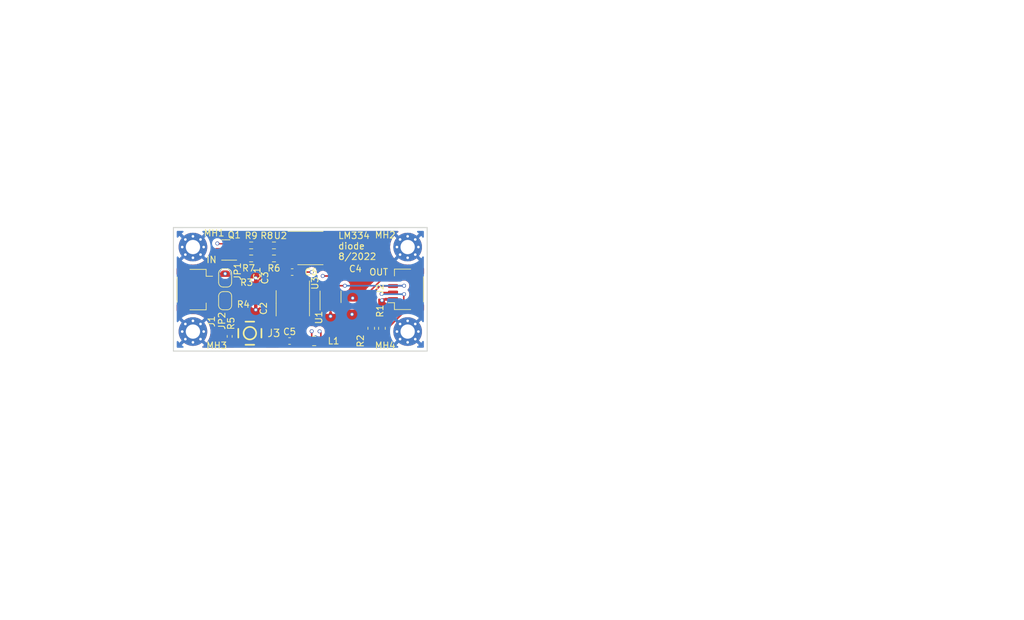
<source format=kicad_pcb>
(kicad_pcb (version 20211014) (generator pcbnew)
  (layers (0 "F.Cu" signal) (1 "In1.Cu" signal) (2 "In2.Cu" power) (31 "B.Cu" power) (34 "B.Paste" user) (35 "F.Paste" user) (36 "B.SilkS" user "B.Silkscreen") (37 "F.SilkS" user "F.Silkscreen") (38 "B.Mask" user) (39 "F.Mask" user) (44 "Edge.Cuts" user))
  (net 0 "")
  (net 1 "GND")
  (net 2 "/Channel1/V+")
  (net 3 "/Channel1/buffer/in+")
  (net 4 "/Channel1/buffer/in-")
  (net 5 "/Channel1/V-")
  (net 6 "+3V3")
  (net 7 "VD")
  (net 8 "/Channel1/I+")
  (net 9 "/Channel1/I-")
  (net 10 "Net-(Q1-Pad1)")
  (net 11 "/Channel1/buffer/out-")
  (net 12 "/Channel1/buffer/out+")
  (net 13 "Net-(R6-Pad1)")
  (net 14 "GNDPWR")
  (net 15 "/scl-rx")
  (net 16 "/sda-tx")
  (net 17 "Net-(R6-Pad2)")
  (net 18 "Net-(R8-Pad2)")
  (footprint "MountingHole:MountingHole_2.2mm_M2_Pad_Via" (layer "F.Cu") (at 103 84)
    (fp_text reference "MH1" (at 3.25 -2.15) (layer "F.SilkS"))
    (fp_text value "MountingHole")
    (pad "1" thru_hole circle locked (at -1.65 0) (size 0.7 0.7) (drill 0.4) (layers *.Cu *.Mask) (net 14 "GNDPWR"))
    (pad "1" thru_hole circle locked (at 0 -1.65) (size 0.7 0.7) (drill 0.4) (layers *.Cu *.Mask) (net 14 "GNDPWR"))
    (pad "1" thru_hole circle locked (at 1.166726 1.166726) (size 0.7 0.7) (drill 0.4) (layers *.Cu *.Mask) (net 14 "GNDPWR"))
    (pad "1" thru_hole circle locked (at 1.166726 -1.166726) (size 0.7 0.7) (drill 0.4) (layers *.Cu *.Mask) (net 14 "GNDPWR"))
    (pad "1" thru_hole circle locked (at 0 0) (size 4.4 4.4) (drill 2.2) (layers *.Cu *.Mask) (net 14 "GNDPWR"))
    (pad "1" thru_hole circle locked (at 1.65 0) (size 0.7 0.7) (drill 0.4) (layers *.Cu *.Mask) (net 14 "GNDPWR"))
    (pad "1" thru_hole circle locked (at -1.166726 -1.166726) (size 0.7 0.7) (drill 0.4) (layers *.Cu *.Mask) (net 14 "GNDPWR"))
    (pad "1" thru_hole circle locked (at -1.166726 1.166726) (size 0.7 0.7) (drill 0.4) (layers *.Cu *.Mask) (net 14 "GNDPWR"))
    (pad "1" thru_hole circle locked (at 0 1.65) (size 0.7 0.7) (drill 0.4) (layers *.Cu *.Mask) (net 14 "GNDPWR"))
  )
  (footprint "MountingHole:MountingHole_2.2mm_M2_Pad_Via" (layer "F.Cu") (at 136 84)
    (fp_text reference "MH2" (at -3.45 -1.85) (layer "F.SilkS"))
    (fp_text value "MountingHole")
    (pad "1" thru_hole circle locked (at 0 0) (size 4.4 4.4) (drill 2.2) (layers *.Cu *.Mask) (net 14 "GNDPWR"))
    (pad "1" thru_hole circle locked (at 1.166726 -1.166726) (size 0.7 0.7) (drill 0.4) (layers *.Cu *.Mask) (net 14 "GNDPWR"))
    (pad "1" thru_hole circle locked (at -1.65 0) (size 0.7 0.7) (drill 0.4) (layers *.Cu *.Mask) (net 14 "GNDPWR"))
    (pad "1" thru_hole circle locked (at 1.65 0) (size 0.7 0.7) (drill 0.4) (layers *.Cu *.Mask) (net 14 "GNDPWR"))
    (pad "1" thru_hole circle locked (at 1.166726 1.166726) (size 0.7 0.7) (drill 0.4) (layers *.Cu *.Mask) (net 14 "GNDPWR"))
    (pad "1" thru_hole circle locked (at 0 -1.65) (size 0.7 0.7) (drill 0.4) (layers *.Cu *.Mask) (net 14 "GNDPWR"))
    (pad "1" thru_hole circle locked (at 0 1.65) (size 0.7 0.7) (drill 0.4) (layers *.Cu *.Mask) (net 14 "GNDPWR"))
    (pad "1" thru_hole circle locked (at -1.166726 1.166726) (size 0.7 0.7) (drill 0.4) (layers *.Cu *.Mask) (net 14 "GNDPWR"))
    (pad "1" thru_hole circle locked (at -1.166726 -1.166726) (size 0.7 0.7) (drill 0.4) (layers *.Cu *.Mask) (net 14 "GNDPWR"))
  )
  (footprint "MountingHole:MountingHole_2.2mm_M2_Pad_Via" (layer "F.Cu") (at 103 97)
    (fp_text reference "MH3" (at 3.65 2.15) (layer "F.SilkS"))
    (fp_text value "MountingHole")
    (pad "1" thru_hole circle locked (at -1.166726 1.166726) (size 0.7 0.7) (drill 0.4) (layers *.Cu *.Mask) (net 14 "GNDPWR"))
    (pad "1" thru_hole circle locked (at 0 0) (size 4.4 4.4) (drill 2.2) (layers *.Cu *.Mask) (net 14 "GNDPWR"))
    (pad "1" thru_hole circle locked (at 1.166726 1.166726) (size 0.7 0.7) (drill 0.4) (layers *.Cu *.Mask) (net 14 "GNDPWR"))
    (pad "1" thru_hole circle locked (at -1.166726 -1.166726) (size 0.7 0.7) (drill 0.4) (layers *.Cu *.Mask) (net 14 "GNDPWR"))
    (pad "1" thru_hole circle locked (at 1.166726 -1.166726) (size 0.7 0.7) (drill 0.4) (layers *.Cu *.Mask) (net 14 "GNDPWR"))
    (pad "1" thru_hole circle locked (at 0 -1.65) (size 0.7 0.7) (drill 0.4) (layers *.Cu *.Mask) (net 14 "GNDPWR"))
    (pad "1" thru_hole circle locked (at 1.65 0) (size 0.7 0.7) (drill 0.4) (layers *.Cu *.Mask) (net 14 "GNDPWR"))
    (pad "1" thru_hole circle locked (at -1.65 0) (size 0.7 0.7) (drill 0.4) (layers *.Cu *.Mask) (net 14 "GNDPWR"))
    (pad "1" thru_hole circle locked (at 0 1.65) (size 0.7 0.7) (drill 0.4) (layers *.Cu *.Mask) (net 14 "GNDPWR"))
  )
  (footprint "MountingHole:MountingHole_2.2mm_M2_Pad_Via" (layer "F.Cu") (at 136 97)
    (fp_text reference "MH4" (at -3.45 2.15) (layer "F.SilkS"))
    (fp_text value "MountingHole")
    (pad "1" thru_hole circle locked (at 0 0) (size 4.4 4.4) (drill 2.2) (layers *.Cu *.Mask) (net 14 "GNDPWR"))
    (pad "1" thru_hole circle locked (at -1.166726 -1.166726) (size 0.7 0.7) (drill 0.4) (layers *.Cu *.Mask) (net 14 "GNDPWR"))
    (pad "1" thru_hole circle locked (at -1.65 0) (size 0.7 0.7) (drill 0.4) (layers *.Cu *.Mask) (net 14 "GNDPWR"))
    (pad "1" thru_hole circle locked (at 1.65 0) (size 0.7 0.7) (drill 0.4) (layers *.Cu *.Mask) (net 14 "GNDPWR"))
    (pad "1" thru_hole circle locked (at 0 -1.65) (size 0.7 0.7) (drill 0.4) (layers *.Cu *.Mask) (net 14 "GNDPWR"))
    (pad "1" thru_hole circle locked (at 1.166726 1.166726) (size 0.7 0.7) (drill 0.4) (layers *.Cu *.Mask) (net 14 "GNDPWR"))
    (pad "1" thru_hole circle locked (at 1.166726 -1.166726) (size 0.7 0.7) (drill 0.4) (layers *.Cu *.Mask) (net 14 "GNDPWR"))
    (pad "1" thru_hole circle locked (at -1.166726 1.166726) (size 0.7 0.7) (drill 0.4) (layers *.Cu *.Mask) (net 14 "GNDPWR"))
    (pad "1" thru_hole circle locked (at 0 1.65) (size 0.7 0.7) (drill 0.4) (layers *.Cu *.Mask) (net 14 "GNDPWR"))
  )
  (footprint "Resistor_SMD:R_0402_1005Metric" (layer "F.Cu") (at 110.765 90.55 180)
    (fp_text reference "R3" (at -0.485 1.1) (layer "F.SilkS"))
    (fp_text value "100K")
    (pad "1" smd roundrect locked (at -0.485 0 180) (size 0.59 0.64) (layers "F.Cu" "F.Paste" "F.Mask") (net 3 "/Channel1/buffer/in+"))
    (pad "2" smd roundrect locked (at 0.485 0 180) (size 0.59 0.64) (layers "F.Cu" "F.Paste" "F.Mask") (net 2 "/Channel1/V+"))
  )
  (footprint "Resistor_SMD:R_0402_1005Metric" (layer "F.Cu") (at 110.75 91.65 180)
    (fp_text reference "R4" (at 0 -1.17) (layer "F.SilkS"))
    (fp_text value "100K")
    (pad "1" smd roundrect locked (at -0.485 0 180) (size 0.59 0.64) (layers "F.Cu" "F.Paste" "F.Mask") (net 4 "/Channel1/buffer/in-"))
    (pad "2" smd roundrect locked (at 0.485 0 180) (size 0.59 0.64) (layers "F.Cu" "F.Paste" "F.Mask") (net 5 "/Channel1/V-"))
  )
  (footprint "Inductor_SMD:L_0805_2012Metric_Pad1.15x1.40mm_HandSolder" (layer "F.Cu") (at 121.635 98.45 180)
    (fp_text reference "L1" (at -2.975 0) (layer "F.SilkS"))
    (fp_text value "MMZ2012Y202B ")
    (fp_line (start -0.261252 -0.71) (end 0.261252 -0.71) (layer "F.SilkS") (width 0.12))
    (fp_line (start -0.261252 0.71) (end 0.261252 0.71) (layer "F.SilkS") (width 0.12))
    (pad "1" smd roundrect locked (at -1.025 0 180) (size 1.15 1.4) (layers "F.Cu" "F.Paste" "F.Mask") (roundrect_rratio 0.2173913043) (net 7 "VD"))
    (pad "2" smd roundrect locked (at 1.025 0 180) (size 1.15 1.4) (layers "F.Cu" "F.Paste" "F.Mask") (roundrect_rratio 0.2173913043) (net 6 "+3V3"))
  )
  (footprint "Capacitor_SMD:C_0402_1005Metric" (layer "F.Cu") (at 112.65 90.05 -90)
    (fp_text reference "C1" (at -2 -0.2 90) (layer "F.SilkS"))
    (fp_text value "100nF")
    (pad "1" smd roundrect locked (at -0.485 0 270) (size 0.59 0.64) (layers "F.Cu" "F.Paste" "F.Mask") (net 1 "GND"))
    (pad "2" smd roundrect locked (at 0.485 0 270) (size 0.59 0.64) (layers "F.Cu" "F.Paste" "F.Mask") (net 3 "/Channel1/buffer/in+"))
  )
  (footprint "Capacitor_SMD:C_0402_1005Metric" (layer "F.Cu") (at 112.65 92.135 -90)
    (fp_text reference "C2" (at 1.315 -1.2 90) (layer "F.SilkS"))
    (fp_text value "100nF")
    (pad "1" smd roundrect locked (at -0.485 0 270) (size 0.59 0.64) (layers "F.Cu" "F.Paste" "F.Mask") (net 4 "/Channel1/buffer/in-"))
    (pad "2" smd roundrect locked (at 0.485 0 270) (size 0.59 0.64) (layers "F.Cu" "F.Paste" "F.Mask") (net 1 "GND"))
  )
  (footprint "Capacitor_SMD:C_0402_1005Metric" (layer "F.Cu") (at 114.05 91.075 -90)
    (fp_text reference "C3" (at -2.325 0 90) (layer "F.SilkS"))
    (fp_text value "1uF")
    (pad "1" smd roundrect locked (at -0.485 0 270) (size 0.59 0.64) (layers "F.Cu" "F.Paste" "F.Mask") (net 3 "/Channel1/buffer/in+"))
    (pad "2" smd roundrect locked (at 0.485 0 270) (size 0.59 0.64) (layers "F.Cu" "F.Paste" "F.Mask") (net 4 "/Channel1/buffer/in-"))
  )
  (footprint "Capacitor_SMD:C_0402_1005Metric" (layer "F.Cu") (at 124.65 88.35)
    (fp_text reference "C4" (at 3.325 -1) (layer "F.SilkS"))
    (fp_text value "100nF")
    (pad "1" smd roundrect locked (at -0.485 0) (size 0.59 0.64) (layers "F.Cu" "F.Paste" "F.Mask") (net 7 "VD"))
    (pad "2" smd roundrect locked (at 0.485 0) (size 0.59 0.64) (layers "F.Cu" "F.Paste" "F.Mask") (net 1 "GND"))
  )
  (footprint "Connector_JST:JST_SH_SM04B-SRSS-TB_1x04-1MP_P1.00mm_Horizontal" (layer "F.Cu") (at 103.25 90.55 -90)
    (fp_text reference "J1" (at 4.9 -2.6 90) (layer "F.SilkS"))
    (fp_text value "Conn_01x04")
    (fp_line (start -3.11 0.715) (end -3.11 -1.785) (layer "F.SilkS") (width 0.12))
    (fp_line (start -1.94 2.685) (end 1.94 2.685) (layer "F.SilkS") (width 0.12))
    (fp_line (start 3.11 0.715) (end 3.11 -1.785) (layer "F.SilkS") (width 0.12))
    (fp_line (start -3.11 -1.785) (end -2.06 -1.785) (layer "F.SilkS") (width 0.12))
    (fp_line (start 3.11 -1.785) (end 2.06 -1.785) (layer "F.SilkS") (width 0.12))
    (fp_line (start -2.06 -1.785) (end -2.06 -2.775) (layer "F.SilkS") (width 0.12))
    (pad "1" smd roundrect locked (at -1.5 -2 270) (size 0.6 1.55) (layers "F.Cu" "F.Paste" "F.Mask") (net 8 "/Channel1/I+"))
    (pad "2" smd roundrect locked (at -0.5 -2 270) (size 0.6 1.55) (layers "F.Cu" "F.Paste" "F.Mask") (net 2 "/Channel1/V+"))
    (pad "3" smd roundrect locked (at 0.5 -2 270) (size 0.6 1.55) (layers "F.Cu" "F.Paste" "F.Mask") (net 5 "/Channel1/V-"))
    (pad "4" smd roundrect locked (at 1.5 -2 270) (size 0.6 1.55) (layers "F.Cu" "F.Paste" "F.Mask") (net 9 "/Channel1/I-"))
    (pad "MP" smd roundrect locked (at 2.8 1.875 270) (size 1.2 1.8) (layers "F.Cu" "F.Paste" "F.Mask") (roundrect_rratio 0.2083333333))
    (pad "MP" smd roundrect locked (at -2.8 1.875 270) (size 1.2 1.8) (layers "F.Cu" "F.Paste" "F.Mask") (roundrect_rratio 0.2083333333))
  )
  (footprint "Jumper:SolderJumper-2_P1.3mm_Open_RoundedPad1.0x1.5mm" (layer "F.Cu") (at 107.95 88.75 -90)
    (fp_text reference "JP1" (at -1 -1.9 90) (layer "F.SilkS"))
    (fp_text value "Jumper_NO_Small")
    (fp_line (start 1.4 -0.3) (end 1.4 0.3) (layer "F.SilkS") (width 0.12))
    (fp_line (start 0.7 1) (end -0.7 1) (layer "F.SilkS") (width 0.12))
    (fp_line (start -0.7 -1) (end 0.7 -1) (layer "F.SilkS") (width 0.12))
    (fp_line (start -1.4 0.3) (end -1.4 -0.3) (layer "F.SilkS") (width 0.12))
    (fp_arc (start 1.4 0.3) (mid 1.194975 0.794975) (end 0.7 1) (layer "F.SilkS") (width 0.12))
    (fp_arc (start -0.7 1) (mid -1.194975 0.794975) (end -1.4 0.3) (layer "F.SilkS") (width 0.12))
    (fp_arc (start 0.7 -1) (mid 1.194975 -0.794975) (end 1.4 -0.3) (layer "F.SilkS") (width 0.12))
    (fp_arc (start -1.4 -0.3) (mid -1.194975 -0.794975) (end -0.7 -1) (layer "F.SilkS") (width 0.12))
    (pad "1" smd custom locked (at -0.65 0 270) (size 1 0.5) (layers "F.Cu" "F.Mask") (net 8 "/Channel1/I+") (options (clearance outline) (anchor rect)) (primitives (gr_circle (center 0 0.25) (end 0.5 0.25) (width 0) (fill yes)) (gr_circle (center 0 -0.25) (end 0.5 -0.25) (width 0) (fill yes)) (gr_poly (pts (xy 0 -0.75) (xy 0.5 -0.75) (xy 0.5 0.75) (xy 0 0.75)) (width 0) (fill yes))))
    (pad "2" smd custom locked (at 0.65 0 270) (size 1 0.5) (layers "F.Cu" "F.Mask") (net 2 "/Channel1/V+") (options (clearance outline) (anchor rect)) (primitives (gr_circle (center 0 0.25) (end 0.5 0.25) (width 0) (fill yes)) (gr_circle (center 0 -0.25) (end 0.5 -0.25) (width 0) (fill yes)) (gr_poly (pts (xy 0 -0.75) (xy -0.5 -0.75) (xy -0.5 0.75) (xy 0 0.75)) (width 0) (fill yes))))
  )
  (footprint "Jumper:SolderJumper-2_P1.3mm_Open_RoundedPad1.0x1.5mm" (layer "F.Cu") (at 107.95 92.25 -90)
    (fp_text reference "JP2" (at 3.1 0.5 90) (layer "F.SilkS"))
    (fp_text value "Jumper_NO_Small")
    (fp_line (start 1.4 -0.3) (end 1.4 0.3) (layer "F.SilkS") (width 0.12))
    (fp_line (start -1.4 0.3) (end -1.4 -0.3) (layer "F.SilkS") (width 0.12))
    (fp_line (start 0.7 1) (end -0.7 1) (layer "F.SilkS") (width 0.12))
    (fp_line (start -0.7 -1) (end 0.7 -1) (layer "F.SilkS") (width 0.12))
    (fp_arc (start 1.4 0.3) (mid 1.194975 0.794975) (end 0.7 1) (layer "F.SilkS") (width 0.12))
    (fp_arc (start -0.7 1) (mid -1.194975 0.794975) (end -1.4 0.3) (layer "F.SilkS") (width 0.12))
    (fp_arc (start -1.4 -0.3) (mid -1.194975 -0.794975) (end -0.7 -1) (layer "F.SilkS") (width 0.12))
    (fp_arc (start 0.7 -1) (mid 1.194975 -0.794975) (end 1.4 -0.3) (layer "F.SilkS") (width 0.12))
    (pad "1" smd custom locked (at -0.65 0 270) (size 1 0.5) (layers "F.Cu" "F.Mask") (net 5 "/Channel1/V-") (options (clearance outline) (anchor rect)) (primitives (gr_circle (center 0 0.25) (end 0.5 0.25) (width 0) (fill yes)) (gr_circle (center 0 -0.25) (end 0.5 -0.25) (width 0) (fill yes)) (gr_poly (pts (xy 0 -0.75) (xy 0.5 -0.75) (xy 0.5 0.75) (xy 0 0.75)) (width 0) (fill yes))))
    (pad "2" smd custom locked (at 0.65 0 270) (size 1 0.5) (layers "F.Cu" "F.Mask") (net 9 "/Channel1/I-") (options (clearance outline) (anchor rect)) (primitives (gr_circle (center 0 0.25) (end 0.5 0.25) (width 0) (fill yes)) (gr_circle (center 0 -0.25) (end 0.5 -0.25) (width 0) (fill yes)) (gr_poly (pts (xy 0 -0.75) (xy -0.5 -0.75) (xy -0.5 0.75) (xy 0 0.75)) (width 0) (fill yes))))
  )
  (footprint "Resistor_SMD:R_0603_1608Metric_Pad1.05x0.95mm_HandSolder" (layer "F.Cu") (at 132.05 96.5 90)
    (fp_text reference "R1" (at 2.65 -0.3 90) (layer "F.SilkS"))
    (fp_text value "10K")
    (fp_line (start -0.171267 -0.51) (end 0.171267 -0.51) (layer "F.SilkS") (width 0.12))
    (fp_line (start -0.171267 0.51) (end 0.171267 0.51) (layer "F.SilkS") (width 0.12))
    (pad "1" smd roundrect locked (at -0.875 0 90) (size 1.05 0.95) (layers "F.Cu" "F.Paste" "F.Mask") (net 7 "VD"))
    (pad "2" smd roundrect locked (at 0.875 0 90) (size 1.05 0.95) (layers "F.Cu" "F.Paste" "F.Mask") (net 16 "/sda-tx"))
  )
  (footprint "Resistor_SMD:R_0603_1608Metric_Pad1.05x0.95mm_HandSolder" (layer "F.Cu") (at 130.4 96.5 90)
    (fp_text reference "R2" (at -1.95 -1.65 90) (layer "F.SilkS"))
    (fp_text value "10K")
    (fp_line (start -0.171267 -0.51) (end 0.171267 -0.51) (layer "F.SilkS") (width 0.12))
    (fp_line (start -0.171267 0.51) (end 0.171267 0.51) (layer "F.SilkS") (width 0.12))
    (pad "1" smd roundrect locked (at -0.875 0 90) (size 1.05 0.95) (layers "F.Cu" "F.Paste" "F.Mask") (net 7 "VD"))
    (pad "2" smd roundrect locked (at 0.875 0 90) (size 1.05 0.95) (layers "F.Cu" "F.Paste" "F.Mask") (net 15 "/scl-rx"))
  )
  (footprint "Connector_JST:JST_SH_SM04B-SRSS-TB_1x04-1MP_P1.00mm_Horizontal" (layer "F.Cu") (at 135.75 90.5 90)
    (fp_text reference "J2" (at 0 -3.98 90) (layer "F.SilkS"))
    (fp_text value "JST_SH_Conn_01x04_i2c_horizontal")
    (fp_line (start 3.11 0.715) (end 3.11 -1.785) (layer "F.SilkS") (width 0.12))
    (fp_line (start -3.11 0.715) (end -3.11 -1.785) (layer "F.SilkS") (width 0.12))
    (fp_line (start -3.11 -1.785) (end -2.06 -1.785) (layer "F.SilkS") (width 0.12))
    (fp_line (start 3.11 -1.785) (end 2.06 -1.785) (layer "F.SilkS") (width 0.12))
    (fp_line (start -1.94 2.685) (end 1.94 2.685) (layer "F.SilkS") (width 0.12))
    (fp_line (start -2.06 -1.785) (end -2.06 -2.775) (layer "F.SilkS") (width 0.12))
    (pad "1" smd roundrect locked (at -1.5 -2 90) (size 0.6 1.55) (layers "F.Cu" "F.Paste" "F.Mask") (net 1 "GND"))
    (pad "2" smd roundrect locked (at -0.5 -2 90) (size 0.6 1.55) (layers "F.Cu" "F.Paste" "F.Mask") (net 7 "VD"))
    (pad "3" smd roundrect locked (at 0.5 -2 90) (size 0.6 1.55) (layers "F.Cu" "F.Paste" "F.Mask") (net 16 "/sda-tx"))
    (pad "4" smd roundrect locked (at 1.5 -2 90) (size 0.6 1.55) (layers "F.Cu" "F.Paste" "F.Mask") (net 15 "/scl-rx"))
    (pad "MP" smd roundrect locked (at 2.8 1.875 90) (size 1.2 1.8) (layers "F.Cu" "F.Paste" "F.Mask") (roundrect_rratio 0.2083333333))
    (pad "MP" smd roundrect locked (at -2.8 1.875 90) (size 1.2 1.8) (layers "F.Cu" "F.Paste" "F.Mask") (roundrect_rratio 0.2083333333))
  )
  (footprint "Package_SO:SOIC-8_3.9x4.9mm_P1.27mm" (layer "F.Cu") (at 118.35 92.65 -90)
    (fp_text reference "U3" (at -3.1 -3.4 90) (layer "F.SilkS"))
    (fp_text value "OPA2376xxDGK")
    (fp_line (start 0 -2.56) (end -3.45 -2.56) (layer "F.SilkS") (width 0.12))
    (fp_line (start 0 -2.56) (end 1.95 -2.56) (layer "F.SilkS") (width 0.12))
    (fp_line (start 0 2.56) (end -1.95 2.56) (layer "F.SilkS") (width 0.12))
    (fp_line (start 0 2.56) (end 1.95 2.56) (layer "F.SilkS") (width 0.12))
    (pad "1" smd roundrect (at -2.475 -1.905 270) (size 1.95 0.6) (layers "F.Cu" "F.Paste" "F.Mask") (net 11 "/Channel1/buffer/out-"))
    (pad "2" smd roundrect (at -2.475 -0.635 270) (size 1.95 0.6) (layers "F.Cu" "F.Paste" "F.Mask") (net 11 "/Channel1/buffer/out-"))
    (pad "3" smd roundrect (at -2.475 0.635 270) (size 1.95 0.6) (layers "F.Cu" "F.Paste" "F.Mask") (net 3 "/Channel1/buffer/in+"))
    (pad "4" smd roundrect (at -2.475 1.905 270) (size 1.95 0.6) (layers "F.Cu" "F.Paste" "F.Mask") (net 1 "GND"))
    (pad "5" smd roundrect (at 2.475 1.905 270) (size 1.95 0.6) (layers "F.Cu" "F.Paste" "F.Mask") (net 4 "/Channel1/buffer/in-"))
    (pad "6" smd roundrect (at 2.475 0.635 270) (size 1.95 0.6) (layers "F.Cu" "F.Paste" "F.Mask") (net 12 "/Channel1/buffer/out+"))
    (pad "7" smd roundrect (at 2.475 -0.635 270) (size 1.95 0.6) (layers "F.Cu" "F.Paste" "F.Mask") (net 12 "/Channel1/buffer/out+"))
    (pad "8" smd roundrect (at 2.475 -1.905 270) (size 1.95 0.6) (layers "F.Cu" "F.Paste" "F.Mask") (net 6 "+3V3"))
  )
  (footprint "Resistor_SMD:R_0603_1608Metric_Pad0.98x0.95mm_HandSolder" (layer "F.Cu") (at 111.95 83.75 180)
    (fp_text reference "R9" (at 0 1.5) (layer "F.SilkS"))
    (fp_text value "46.4K")
    (fp_line (start -0.254724 -0.5225) (end 0.254724 -0.5225) (layer "F.SilkS") (width 0.12))
    (fp_line (start -0.254724 0.5225) (end 0.254724 0.5225) (layer "F.SilkS") (width 0.12))
    (pad "1" smd roundrect (at -0.9125 0 180) (size 0.975 0.95) (layers "F.Cu" "F.Paste" "F.Mask") (net 18 "Net-(R8-Pad2)"))
    (pad "2" smd roundrect (at 0.9125 0 180) (size 0.975 0.95) (layers "F.Cu" "F.Paste" "F.Mask") (net 8 "/Channel1/I+"))
  )
  (footprint "Package_TO_SOT_SMD:SOT-23-6_Handsoldering" (layer "F.Cu") (at 124.15 91.65 90)
    (fp_text reference "U1" (at -3.2 -1.8 90) (layer "F.SilkS"))
    (fp_text value "MCP3421A0T-ECH")
    (fp_line (start 0.9 -1.61) (end -2.05 -1.61) (layer "F.SilkS") (width 0.12))
    (fp_line (start -0.9 1.61) (end 0.9 1.61) (layer "F.SilkS") (width 0.12))
    (pad "1" smd rect (at -1.35 -0.95 90) (size 1.56 0.65) (layers "F.Cu" "F.Paste" "F.Mask") (net 12 "/Channel1/buffer/out+"))
    (pad "2" smd rect (at -1.35 0 90) (size 1.56 0.65) (layers "F.Cu" "F.Paste" "F.Mask") (net 1 "GND"))
    (pad "3" smd rect (at -1.35 0.95 90) (size 1.56 0.65) (layers "F.Cu" "F.Paste" "F.Mask") (net 15 "/scl-rx"))
    (pad "4" smd rect (at 1.35 0.95 90) (size 1.56 0.65) (layers "F.Cu" "F.Paste" "F.Mask") (net 16 "/sda-tx"))
    (pad "5" smd rect (at 1.35 0 90) (size 1.56 0.65) (layers "F.Cu" "F.Paste" "F.Mask") (net 7 "VD"))
    (pad "6" smd rect (at 1.35 -0.95 90) (size 1.56 0.65) (layers "F.Cu" "F.Paste" "F.Mask") (net 11 "/Channel1/buffer/out-"))
  )
  (footprint "0my_footprints6:MMCX-SMD_KH-MMCX-KE-STM" (layer "F.Cu") (at 111.75 97.25)
    (fp_text reference "J3" (at 2.6 0) (layer "F.SilkS") (effects (font (size 1.143 1.143) (thickness 0.152)) (justify left)))
    (fp_text value "MMCX-KE-STM" hide)
    (fp_line (start 1.778 0.669) (end 1.778 -0.669) (layer "F.SilkS") (width 0.254))
    (fp_line (start -1.778 -0.669) (end -1.778 0.669) (layer "F.SilkS") (width 0.254))
    (fp_line (start 0.669 -1.778) (end -0.669 -1.778) (layer "F.SilkS") (width 0.254))
    (fp_line (start -0.669 1.778) (end 0.669 1.778) (layer "F.SilkS") (width 0.254))
    (fp_circle (center 0 0) (end 0.967 0) (layer "F.SilkS") (width 0.254) (fill none))
    (pad "1" smd circle locked (at 0 0) (size 1 1) (layers "F.Cu" "F.Paste" "F.Mask") (net 9 "/Channel1/I-"))
    (pad "2" smd rect locked (at 1.4 1.4) (size 1 1) (layers "F.Cu" "F.Paste" "F.Mask") (net 1 "GND"))
    (pad "2" smd rect locked (at -1.4 -1.4) (size 1 1) (layers "F.Cu" "F.Paste" "F.Mask") (net 1 "GND"))
    (pad "2" smd rect locked (at -1.4 1.4) (size 1 1) (layers "F.Cu" "F.Paste" "F.Mask") (net 1 "GND"))
    (pad "2" smd rect locked (at 1.4 -1.4) (size 1 1) (layers "F.Cu" "F.Paste" "F.Mask") (net 1 "GND"))
  )
  (footprint "Capacitor_SMD:C_0603_1608Metric_Pad1.08x0.95mm_HandSolder" (layer "F.Cu") (at 117.85 98.45)
    (fp_text reference "C5" (at 0 -1.43) (layer "F.SilkS"))
    (fp_text value "100nF")
    (fp_line (start -0.146267 -0.51) (end 0.146267 -0.51) (layer "F.SilkS") (width 0.12))
    (fp_line (start -0.146267 0.51) (end 0.146267 0.51) (layer "F.SilkS") (width 0.12))
    (pad "1" smd roundrect (at -0.8625 0) (size 1.075 0.95) (layers "F.Cu" "F.Paste" "F.Mask") (net 1 "GND"))
    (pad "2" smd roundrect (at 0.8625 0) (size 1.075 0.95) (layers "F.Cu" "F.Paste" "F.Mask") (net 6 "+3V3"))
  )
  (footprint "Package_SO:SOIC-8_3.9x4.9mm_P1.27mm" (layer "F.Cu") (at 121.05 84.15)
    (fp_text reference "U2" (at -4.6 -1.9) (layer "F.SilkS"))
    (fp_text value "LM334M")
    (fp_line (start 0 -2.56) (end 1.95 -2.56) (layer "F.SilkS") (width 0.12))
    (fp_line (start 0 2.56) (end -1.95 2.56) (layer "F.SilkS") (width 0.12))
    (fp_line (start 0 2.56) (end 1.95 2.56) (layer "F.SilkS") (width 0.12))
    (fp_line (start 0 -2.56) (end -3.45 -2.56) (layer "F.SilkS") (width 0.12))
    (pad "1" smd roundrect (at -2.475 -1.905) (size 1.95 0.6) (layers "F.Cu" "F.Paste" "F.Mask") (net 13 "Net-(R6-Pad1)"))
    (pad "2" smd roundrect (at -2.475 -0.635) (size 1.95 0.6) (layers "F.Cu" "F.Paste" "F.Mask") (net 10 "Net-(Q1-Pad1)"))
    (pad "3" smd roundrect (at -2.475 0.635) (size 1.95 0.6) (layers "F.Cu" "F.Paste" "F.Mask") (net 10 "Net-(Q1-Pad1)"))
    (pad "4" smd roundrect (at -2.475 1.905) (size 1.95 0.6) (layers "F.Cu" "F.Paste" "F.Mask") (net 6 "+3V3"))
    (pad "5" smd roundrect (at 2.475 1.905) (size 1.95 0.6) (layers "F.Cu" "F.Paste" "F.Mask"))
    (pad "6" smd roundrect (at 2.475 0.635) (size 1.95 0.6) (layers "F.Cu" "F.Paste" "F.Mask") (net 10 "Net-(Q1-Pad1)"))
    (pad "7" smd roundrect (at 2.475 -0.635) (size 1.95 0.6) (layers "F.Cu" "F.Paste" "F.Mask") (net 10 "Net-(Q1-Pad1)"))
    (pad "8" smd roundrect (at 2.475 -1.905) (size 1.95 0.6) (layers "F.Cu" "F.Paste" "F.Mask"))
  )
  (footprint "Resistor_SMD:R_0603_1608Metric_Pad0.98x0.95mm_HandSolder" (layer "F.Cu") (at 115.45 85.75 180)
    (fp_text reference "R6" (at 0 -1.5) (layer "F.SilkS"))
    (fp_text value "12.7K")
    (fp_line (start -0.254724 0.5225) (end 0.254724 0.5225) (layer "F.SilkS") (width 0.12))
    (fp_line (start -0.254724 -0.5225) (end 0.254724 -0.5225) (layer "F.SilkS") (width 0.12))
    (pad "1" smd roundrect (at -0.9125 0 180) (size 0.975 0.95) (layers "F.Cu" "F.Paste" "F.Mask") (net 13 "Net-(R6-Pad1)"))
    (pad "2" smd roundrect (at 0.9125 0 180) (size 0.975 0.95) (layers "F.Cu" "F.Paste" "F.Mask") (net 17 "Net-(R6-Pad2)"))
  )
  (footprint "Package_TO_SOT_SMD:SOT-23" (layer "F.Cu") (at 108.05 84.45 180)
    (fp_text reference "Q1" (at -1.3 2.3) (layer "F.SilkS"))
    (fp_text value "MMBT3904")
    (fp_line (start 0 1.56) (end 0.65 1.56) (layer "F.SilkS") (width 0.12))
    (fp_line (start 0 1.56) (end -0.65 1.56) (layer "F.SilkS") (width 0.12))
    (fp_line (start 0 -1.56) (end -1.675 -1.56) (layer "F.SilkS") (width 0.12))
    (fp_line (start 0 -1.56) (end 0.65 -1.56) (layer "F.SilkS") (width 0.12))
    (pad "1" smd roundrect (at -0.9375 -0.95 180) (size 1.475 0.6) (layers "F.Cu" "F.Paste" "F.Mask") (net 10 "Net-(Q1-Pad1)"))
    (pad "2" smd roundrect (at -0.9375 0.95 180) (size 1.475 0.6) (layers "F.Cu" "F.Paste" "F.Mask") (net 8 "/Channel1/I+"))
    (pad "3" smd roundrect (at 0.9375 0 180) (size 1.475 0.6) (layers "F.Cu" "F.Paste" "F.Mask") (net 10 "Net-(Q1-Pad1)"))
  )
  (footprint "Resistor_SMD:R_0603_1608Metric_Pad0.98x0.95mm_HandSolder" (layer "F.Cu") (at 115.45 83.75 180)
    (fp_text reference "R8" (at 1.1 1.5) (layer "F.SilkS"))
    (fp_text value "76.8K")
    (fp_line (start -0.254724 0.5225) (end 0.254724 0.5225) (layer "F.SilkS") (width 0.12))
    (fp_line (start -0.254724 -0.5225) (end 0.254724 -0.5225) (layer "F.SilkS") (width 0.12))
    (pad "1" smd roundrect (at -0.9125 0 180) (size 0.975 0.95) (layers "F.Cu" "F.Paste" "F.Mask") (net 13 "Net-(R6-Pad1)"))
    (pad "2" smd roundrect (at 0.9125 0 180) (size 0.975 0.95) (layers "F.Cu" "F.Paste" "F.Mask") (net 18 "Net-(R8-Pad2)"))
  )
  (footprint "Resistor_SMD:R_0603_1608Metric_Pad0.98x0.95mm_HandSolder" (layer "F.Cu") (at 111.95 85.75 180)
    (fp_text reference "R7" (at 0.4 -1.5) (layer "F.SilkS"))
    (fp_text value "1K")
    (fp_line (start -0.254724 0.5225) (end 0.254724 0.5225) (layer "F.SilkS") (width 0.12))
    (fp_line (start -0.254724 -0.5225) (end 0.254724 -0.5225) (layer "F.SilkS") (width 0.12))
    (pad "1" smd roundrect (at -0.9125 0 180) (size 0.975 0.95) (layers "F.Cu" "F.Paste" "F.Mask") (net 17 "Net-(R6-Pad2)"))
    (pad "2" smd roundrect (at 0.9125 0 180) (size 0.975 0.95) (layers "F.Cu" "F.Paste" "F.Mask") (net 10 "Net-(Q1-Pad1)"))
  )
  (footprint "Capacitor_SMD:C_0603_1608Metric_Pad1.08x0.95mm_HandSolder" (layer "F.Cu") (at 118.25 87.85 180)
    (fp_text reference "C6" (at -2.9 0) (layer "F.SilkS"))
    (fp_text value "100nF")
    (fp_line (start -0.146267 -0.51) (end 0.146267 -0.51) (layer "F.SilkS") (width 0.12))
    (fp_line (start -0.146267 0.51) (end 0.146267 0.51) (layer "F.SilkS") (width 0.12))
    (pad "1" smd roundrect (at -0.8625 0 180) (size 1.075 0.95) (layers "F.Cu" "F.Paste" "F.Mask") (net 6 "+3V3"))
    (pad "2" smd roundrect (at 0.8625 0 180) (size 1.075 0.95) (layers "F.Cu" "F.Paste" "F.Mask") (net 1 "GND"))
  )
  (footprint "Resistor_SMD:R_0402_1005Metric" (layer "F.Cu") (at 108.65 97.74 -90)
    (fp_text reference "R5" (at -1.99 -0.2 90) (layer "F.SilkS"))
    (fp_text value "10K 0.1%")
    (fp_line (start -0.153641 0.38) (end 0.153641 0.38) (layer "F.SilkS") (width 0.12))
    (fp_line (start -0.153641 -0.38) (end 0.153641 -0.38) (layer "F.SilkS") (width 0.12))
    (pad "1" smd roundrect (at -0.51 0 270) (size 0.54 0.64) (layers "F.Cu" "F.Paste" "F.Mask") (net 9 "/Channel1/I-"))
    (pad "2" smd roundrect (at 0.51 0 270) (size 0.54 0.64) (layers "F.Cu" "F.Paste" "F.Mask") (net 1 "GND"))
  )
  (gr_line (start 100 81) (end 139 81) (layer "Edge.Cuts") (width 0.15))
  (gr_line (start 100 100) (end 100 81) (layer "Edge.Cuts") (width 0.15))
  (gr_line (start 139 81) (end 139 100) (layer "Edge.Cuts") (width 0.15))
  (gr_line (start 139 100) (end 100 100) (layer "Edge.Cuts") (width 0.15))
  (gr_text "IN" (at 105.85 85.95) (layer "F.SilkS") (effects (font (size 1 1))))
  (gr_text "LM334\ndiode\n8/2022\n" (at 125.25 83.85) (layer "F.SilkS") (effects (font (size 1 1)) (justify left)))
  (gr_text "OUT" (at 131.55 87.85) (layer "F.SilkS") (effects (font (size 1 1))))
  (segment (start 133.75 92) (end 132.25 92) (width 0.25) (layer "F.Cu") (net 1))
  (segment (start 112.65 89.565) (end 114.365 87.85) (width 0.25) (layer "F.Cu") (net 1))
  (segment (start 124.15 94.65) (end 127.15 94.65) (width 0.25) (layer "F.Cu") (net 1))
  (segment (start 112.65 92.62) (end 112.65 93.65) (width 0.25) (layer "F.Cu") (net 1))
  (segment (start 127.15 94.65) (end 127.45 94.35) (width 0.25) (layer "F.Cu") (net 1))
  (segment (start 132.25 92) (end 132.05 92.2) (width 0.25) (layer "F.Cu") (net 1))
  (segment (start 124.15 93) (end 124.15 94.65) (width 0.25) (layer "F.Cu") (net 1))
  (segment (start 114.365 87.85) (end 117.3875 87.85) (width 0.25) (layer "F.Cu") (net 1))
  (segment (start 112.65 89.565) (end 112.65 88.75) (width 0.25) (layer "F.Cu") (net 1))
  (segment (start 110.35 98.65) (end 109.05 98.65) (width 0.25) (layer "F.Cu") (net 1))
  (segment (start 109.05 98.65) (end 108.65 98.25) (width 0.25) (layer "F.Cu") (net 1))
  (segment (start 132.1 92.25) (end 132.05 92.2) (width 0.25) (layer "F.Cu") (net 1))
  (via (at 132.05 92.2) (size 0.6) (drill 0.4) (layers "F.Cu" "B.Cu") (net 1))
  (via (at 112.65 88.75) (size 0.6) (drill 0.4) (layers "F.Cu" "B.Cu") (net 1))
  (via (at 127.55 91.85) (size 0.6) (drill 0.4) (layers "F.Cu" "B.Cu") (net 1))
  (via (at 127.45 94.35) (size 0.6) (drill 0.4) (layers "F.Cu" "B.Cu") (net 1))
  (via (at 124.15 94.65) (size 0.6) (drill 0.4) (layers "F.Cu" "B.Cu") (net 1))
  (via (at 112.65 93.65) (size 0.6) (drill 0.4) (layers "F.Cu" "B.Cu") (net 1))
  (segment (start 107.3 90.05) (end 107.95 89.4) (width 0.25) (layer "F.Cu") (net 2))
  (segment (start 107.95 89.4) (end 109.13 89.4) (width 0.25) (layer "F.Cu") (net 2))
  (segment (start 109.13 89.4) (end 110.28 90.55) (width 0.25) (layer "F.Cu") (net 2))
  (segment (start 105.25 90.05) (end 107.3 90.05) (width 0.25) (layer "F.Cu") (net 2))
  (segment (start 117.15 91.85) (end 117.715 91.285) (width 0.2) (layer "F.Cu") (net 3))
  (segment (start 115.95 91.85) (end 117.15 91.85) (width 0.2) (layer "F.Cu") (net 3))
  (segment (start 114.05 90.59) (end 114.69 90.59) (width 0.2) (layer "F.Cu") (net 3))
  (segment (start 117.715 91.285) (end 117.715 90.175) (width 0.2) (layer "F.Cu") (net 3))
  (segment (start 114.69 90.59) (end 115.95 91.85) (width 0.2) (layer "F.Cu") (net 3))
  (segment (start 111.25 90.55) (end 114.01 90.55) (width 0.25) (layer "F.Cu") (net 3))
  (segment (start 114.05 91.56) (end 116.445 93.955) (width 0.2) (layer "F.Cu") (net 4))
  (segment (start 116.445 93.955) (end 116.445 95.125) (width 0.2) (layer "F.Cu") (net 4))
  (segment (start 111.235 91.65) (end 113.96 91.65) (width 0.25) (layer "F.Cu") (net 4))
  (segment (start 107.4 91.05) (end 107.95 91.6) (width 0.25) (layer "F.Cu") (net 5))
  (segment (start 105.25 91.05) (end 107.4 91.05) (width 0.25) (layer "F.Cu") (net 5))
  (segment (start 107.95 91.6) (end 110.215 91.6) (width 0.25) (layer "F.Cu") (net 5))
  (segment (start 119.1125 87.85) (end 121.25 87.85) (width 0.25) (layer "F.Cu") (net 6))
  (segment (start 118.7125 98.45) (end 118.76 98.45) (width 0.25) (layer "F.Cu") (net 6))
  (segment (start 119.1125 86.5925) (end 118.575 86.055) (width 0.25) (layer "F.Cu") (net 6))
  (segment (start 120.255 96.955) (end 120.255 95.125) (width 0.25) (layer "F.Cu") (net 6))
  (segment (start 120.61 98.45) (end 118.7125 98.45) (width 0.25) (layer "F.Cu") (net 6))
  (segment (start 118.76 98.45) (end 120.255 96.955) (width 0.25) (layer "F.Cu") (net 6))
  (segment (start 121.25 97.81) (end 120.61 98.45) (width 0.25) (layer "F.Cu") (net 6))
  (segment (start 119.1125 87.85) (end 119.1125 86.5925) (width 0.25) (layer "F.Cu") (net 6))
  (segment (start 121.25 96.95) (end 121.25 97.81) (width 0.25) (layer "F.Cu") (net 6))
  (via (at 121.25 87.85) (size 0.6) (drill 0.4) (layers "F.Cu" "B.Cu") (net 6))
  (via (at 121.25 96.95) (size 0.6) (drill 0.4) (layers "F.Cu" "B.Cu") (net 6))
  (segment (start 122.66 97.16) (end 122.465 96.965) (width 0.25) (layer "F.Cu") (net 7))
  (segment (start 132.05 97.375) (end 130.4 97.375) (width 0.25) (layer "F.Cu") (net 7))
  (segment (start 130.4 97.375) (end 130.025 97.375) (width 0.25) (layer "F.Cu") (net 7))
  (segment (start 130.025 97.375) (end 128.95 98.45) (width 0.25) (layer "F.Cu") (net 7))
  (segment (start 133.75 91) (end 132.2 91) (width 0.25) (layer "F.Cu") (net 7))
  (segment (start 122.66 98.45) (end 122.66 97.16) (width 0.25) (layer "F.Cu") (net 7))
  (segment (start 135.4 94.025) (end 135.4 91.3) (width 0.25) (layer "F.Cu") (net 7))
  (segment (start 132.2 91) (end 132 91.2) (width 0.25) (layer "F.Cu") (net 7))
  (segment (start 132 91.2) (end 133.7 91.2) (width 0.25) (layer "F.Cu") (net 7))
  (segment (start 122.95 88.45) (end 124.065 88.45) (width 0.25) (layer "F.Cu") (net 7))
  (segment (start 135.4 91.3) (end 135.45 91.25) (width 0.25) (layer "F.Cu") (net 7))
  (segment (start 124.15 90.3) (end 124.15 88.365) (width 0.25) (layer "F.Cu") (net 7))
  (segment (start 132.05 97.375) (end 135.4 94.025) (width 0.25) (layer "F.Cu") (net 7))
  (segment (start 122.66 98.45) (end 128.95 98.45) (width 0.25) (layer "F.Cu") (net 7))
  (via (at 132 91.2) (size 0.6) (drill 0.4) (layers "F.Cu" "B.Cu") (net 7))
  (via (at 135.45 91.25) (size 0.6) (drill 0.4) (layers "F.Cu" "B.Cu") (net 7))
  (via (at 122.465 96.965) (size 0.6) (drill 0.4) (layers "F.Cu" "B.Cu") (net 7))
  (via (at 122.95 88.45) (size 0.6) (drill 0.4) (layers "F.Cu" "B.Cu") (net 7))
  (segment (start 132.05 91.25) (end 132 91.2) (width 0.25) (layer "B.Cu") (net 7))
  (segment (start 135.45 91.25) (end 132.05 91.25) (width 0.25) (layer "B.Cu") (net 7))
  (segment (start 108.9875 83.5) (end 106.8 83.5) (width 0.2) (layer "F.Cu") (net 8))
  (segment (start 111.0375 83.75) (end 109.2375 83.75) (width 0.2) (layer "F.Cu") (net 8))
  (segment (start 106.8 83.5) (end 106.75 83.45) (width 0.2) (layer "F.Cu") (net 8))
  (segment (start 107.202408 88.1) (end 107.95 88.1) (width 0.25) (layer "F.Cu") (net 8))
  (segment (start 106.975 88.1) (end 107.202408 88.1) (width 0.25) (layer "F.Cu") (net 8))
  (segment (start 106.025 89.05) (end 106.975 88.1) (width 0.25) (layer "F.Cu") (net 8))
  (segment (start 105.25 89.05) (end 106.025 89.05) (width 0.25) (layer "F.Cu") (net 8))
  (segment (start 109.2375 83.75) (end 108.9875 83.5) (width 0.2) (layer "F.Cu") (net 8))
  (via (at 107.95 88.1) (size 0.6) (drill 0.4) (layers "F.Cu" "B.Cu") (net 8))
  (via (at 106.75 83.45) (size 0.6) (drill 0.4) (layers "F.Cu" "B.Cu") (net 8))
  (segment (start 111.75 97.25) (end 108.67 97.25) (width 0.2) (layer "F.Cu") (net 9))
  (segment (start 107.95 92.9) (end 107.95 96.53) (width 0.25) (layer "F.Cu") (net 9))
  (segment (start 105.25 92.05) (end 106.1 92.9) (width 0.25) (layer "F.Cu") (net 9))
  (segment (start 107.95 96.53) (end 108.65 97.23) (width 0.25) (layer "F.Cu") (net 9))
  (segment (start 106.1 92.9) (end 107.95 92.9) (width 0.25) (layer "F.Cu") (net 9))
  (segment (start 121.85 84.75) (end 121.885 84.785) (width 0.25) (layer "F.Cu") (net 10))
  (segment (start 109.3375 85.75) (end 108.9875 85.4) (width 0.25) (layer "F.Cu") (net 10))
  (segment (start 122.085 83.515) (end 121.85 83.75) (width 0.25) (layer "F.Cu") (net 10))
  (segment (start 121.815 84.785) (end 121.85 84.75) (width 0.25) (layer "F.Cu") (net 10))
  (segment (start 111.0375 85.75) (end 109.3375 85.75) (width 0.25) (layer "F.Cu") (net 10))
  (segment (start 121.85 83.75) (end 121.85 84.75) (width 0.25) (layer "F.Cu") (net 10))
  (segment (start 118.575 83.515) (end 121.615 83.515) (width 0.25) (layer "F.Cu") (net 10))
  (segment (start 121.615 83.515) (end 121.85 83.75) (width 0.25) (layer "F.Cu") (net 10))
  (segment (start 117.17452 85.809408) (end 117.17452 86.22548) (width 0.25) (layer "F.Cu") (net 10))
  (segment (start 111.45 86.85) (end 111.0375 86.4375) (width 0.25) (layer "F.Cu") (net 10))
  (segment (start 116.55 86.85) (end 111.45 86.85) (width 0.25) (layer "F.Cu") (net 10))
  (segment (start 108.0625 85.4) (end 107.1125 84.45) (width 0.25) (layer "F.Cu") (net 10))
  (segment (start 123.525 83.515) (end 122.085 83.515) (width 0.25) (layer "F.Cu") (net 10))
  (segment (start 118.575 84.785) (end 121.815 84.785) (width 0.25) (layer "F.Cu") (net 10))
  (segment (start 121.885 84.785) (end 123.525 84.785) (width 0.25) (layer "F.Cu") (net 10))
  (segment (start 117.17452 86.22548) (end 116.55 86.85) (width 0.25) (layer "F.Cu") (net 10))
  (segment (start 108.9875 85.4) (end 108.0625 85.4) (width 0.25) (layer "F.Cu") (net 10))
  (segment (start 111.0375 86.4375) (end 111.0375 85.75) (width 0.25) (layer "F.Cu") (net 10))
  (segment (start 118.198928 84.785) (end 117.17452 85.809408) (width 0.25) (layer "F.Cu") (net 10))
  (segment (start 118.985 90.175) (end 120.255 90.175) (width 0.2) (layer "F.Cu") (net 11))
  (segment (start 120.38 90.3) (end 123.2 90.3) (width 0.2) (layer "F.Cu") (net 11))
  (segment (start 118.985 95.125) (end 118.985 93.815) (width 0.2) (layer "F.Cu") (net 12))
  (segment (start 118.985 93.815) (end 119.8 93) (width 0.2) (layer "F.Cu") (net 12))
  (segment (start 117.715 95.125) (end 118.985 95.125) (width 0.2) (layer "F.Cu") (net 12))
  (segment (start 119.8 93) (end 123.2 93) (width 0.2) (layer "F.Cu") (net 12))
  (segment (start 117.8675 82.245) (end 116.3625 83.75) (width 0.25) (layer "F.Cu") (net 13))
  (segment (start 116.3625 85.75) (end 116.3625 83.75) (width 0.25) (layer "F.Cu") (net 13))
  (segment (start 130.22501 90.77499) (end 130.22501 93.22501) (width 0.25) (layer "F.Cu") (net 15))
  (segment (start 133.75 89) (end 132 89) (width 0.25) (layer "F.Cu") (net 15))
  (segment (start 130.4 94.39998) (end 130.4 95.625) (width 0.25) (layer "F.Cu") (net 15))
  (segment (start 130.22501 93.22501) (end 130.22501 94.22499) (width 0.25) (layer "F.Cu") (net 15))
  (segment (start 130.22501 94.22499) (end 130.4 94.39998) (width 0.25) (layer "F.Cu") (net 15))
  (segment (start 130 93) (end 130.22501 93.22501) (width 0.25) (layer "F.Cu") (net 15))
  (segment (start 132 89) (end 130.22501 90.77499) (width 0.25) (layer "F.Cu") (net 15))
  (segment (start 125.1 93) (end 130 93) (width 0.25) (layer "F.Cu") (net 15))
  (segment (start 133.75 90) (end 131.72502 90) (width 0.25) (layer "F.Cu") (net 16))
  (segment (start 130.85001 90.87501) (end 131.72502 90) (width 0.25) (layer "F.Cu") (net 16))
  (segment (start 133.8 89.95) (end 135.45 89.95) (width 0.25) (layer "F.Cu") (net 16))
  (segment (start 126.35 89.95) (end 125.45 89.95) (width 0.25) (layer "F.Cu") (net 16))
  (segment (start 132.05 94.24999) (end 132.05 95.625) (width 0.25) (layer "F.Cu") (net 16))
  (segment (start 125.45 89.95) (end 125.1 90.3) (width 0.25) (layer "F.Cu") (net 16))
  (segment (start 130.85001 90.87501) (end 130.85001 93.05) (width 0.25) (layer "F.Cu") (net 16))
  (segment (start 130.85001 93.05) (end 132.05 94.24999) (width 0.25) (layer "F.Cu") (net 16))
  (via (at 135.45 89.95) (size 0.6) (drill 0.4) (layers "F.Cu" "B.Cu") (net 16))
  (via (at 126.35 89.95) (size 0.6) (drill 0.4) (layers "F.Cu" "B.Cu") (net 16))
  (segment (start 135.45 89.95) (end 126.35 89.95) (width 0.25) (layer "B.Cu") (net 16))
  (segment (start 114.5375 85.75) (end 112.8625 85.75) (width 0.25) (layer "F.Cu") (net 17))
  (segment (start 114.5375 83.75) (end 112.8625 83.75) (width 0.25) (layer "F.Cu") (net 18))
  (zone (net 1) (net_name "GND") (layers "F.Cu" "In1.Cu") (connect_pads (clearance 0.508)) (min_thickness 0.254) (fill yes (thermal_gap 0.508) (thermal_bridge_width 0.508))
    (polygon (pts (xy 143.75 102.25) (xy 97.75 102.25) (xy 97.75 79.25) (xy 143.75 79.25)))
  )
  (zone (net 1) (net_name "GND") (layer "F.Cu") (connect_pads (clearance 0.508)) (min_thickness 0.254) (fill yes (thermal_gap 0.508) (thermal_bridge_width 0.508))
    (polygon (pts (xy 73.5 46) (xy 230.75 46.25) (xy 230.75 138.25) (xy 73.5 138)))
  )
  (zone (net 14) (net_name "GNDPWR") (layer "B.Cu") (priority 1) (connect_pads (clearance 0.508)) (min_thickness 0.254) (fill yes (thermal_gap 0.508) (thermal_bridge_width 0.508))
    (polygon (pts (xy 142.787612 101.25) (xy 96.787612 101.25) (xy 96.787612 78.25) (xy 142.787612 78.25)))
  )
  (zone (net 1) (net_name "GND") (layer "B.Cu") (connect_pads (clearance 0.508)) (min_thickness 0.254) (fill yes (thermal_gap 0.508) (thermal_bridge_width 0.508))
    (polygon (pts (xy 73.346994 47.154034) (xy 228.096994 47.404034) (xy 228.096994 141.404034) (xy 73.346994 141.154034)))
  )
)
</source>
